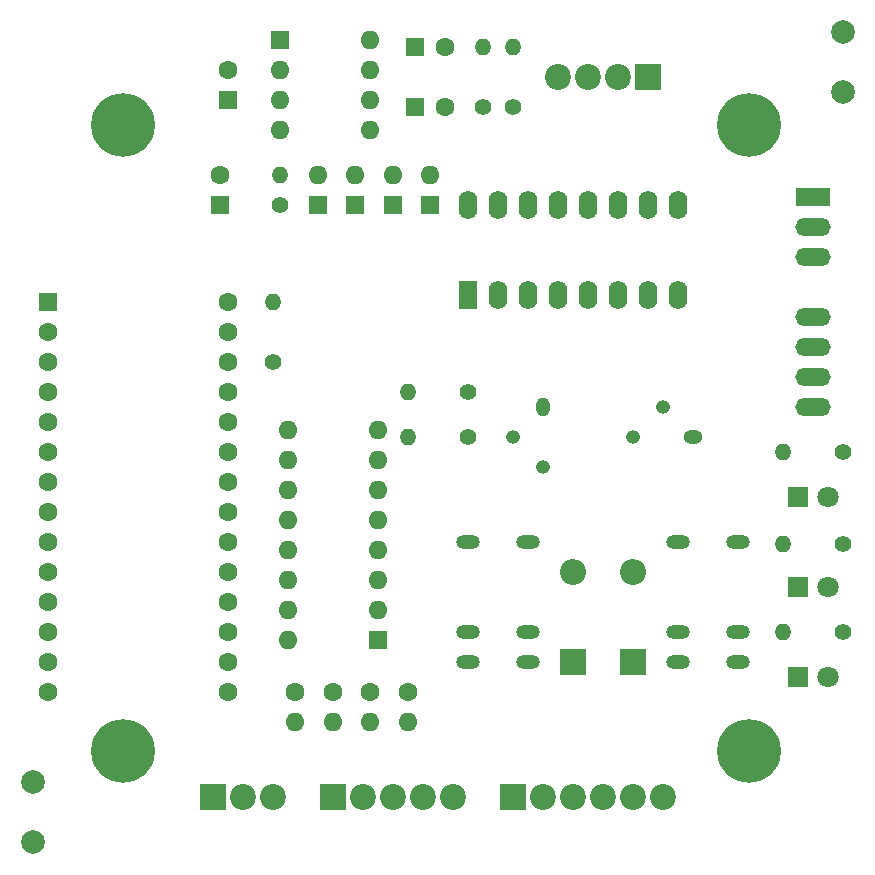
<source format=gbs>
G04 #@! TF.GenerationSoftware,KiCad,Pcbnew,5.1.5-1.fc31*
G04 #@! TF.CreationDate,2020-08-14T16:28:45+01:00*
G04 #@! TF.ProjectId,modint-v1.0,6d6f6469-6e74-42d7-9631-2e302e6b6963,1.0*
G04 #@! TF.SameCoordinates,Original*
G04 #@! TF.FileFunction,Soldermask,Bot*
G04 #@! TF.FilePolarity,Negative*
%FSLAX46Y46*%
G04 Gerber Fmt 4.6, Leading zero omitted, Abs format (unit mm)*
G04 Created by KiCad (PCBNEW 5.1.5-1.fc31) date 2020-08-14 16:28:45*
%MOMM*%
%LPD*%
G04 APERTURE LIST*
%ADD10R,2.200000X2.200000*%
%ADD11C,2.200000*%
%ADD12C,1.600000*%
%ADD13R,1.600000X1.600000*%
%ADD14O,1.400000X1.400000*%
%ADD15C,1.400000*%
%ADD16C,5.400000*%
%ADD17O,1.600000X2.400000*%
%ADD18R,1.600000X2.400000*%
%ADD19C,1.800000*%
%ADD20R,1.800000X1.800000*%
%ADD21O,1.600000X1.600000*%
%ADD22O,2.000000X1.200000*%
%ADD23O,1.200000X1.200000*%
%ADD24O,1.600000X1.200000*%
%ADD25O,3.000000X1.500000*%
%ADD26R,3.000000X1.500000*%
%ADD27O,2.200000X2.200000*%
%ADD28O,1.200000X1.600000*%
%ADD29C,2.000000*%
G04 APERTURE END LIST*
D10*
X154610000Y-154940000D03*
D11*
X157150000Y-154940000D03*
X159690000Y-154940000D03*
D12*
X174255000Y-91440000D03*
D13*
X171755000Y-91440000D03*
D14*
X160325000Y-102235000D03*
D15*
X160325000Y-104775000D03*
D12*
X155245000Y-102275000D03*
D13*
X155245000Y-104775000D03*
D12*
X155880000Y-93385000D03*
D13*
X155880000Y-95885000D03*
D12*
X174255000Y-96520000D03*
D13*
X171755000Y-96520000D03*
D14*
X159690000Y-113030000D03*
D15*
X159690000Y-118110000D03*
D16*
X200000000Y-151000000D03*
X147000000Y-151000000D03*
X147000000Y-98000000D03*
X200000000Y-98000000D03*
D17*
X176200000Y-104775000D03*
X193980000Y-112395000D03*
X178740000Y-104775000D03*
X191440000Y-112395000D03*
X181280000Y-104775000D03*
X188900000Y-112395000D03*
X183820000Y-104775000D03*
X186360000Y-112395000D03*
X186360000Y-104775000D03*
X183820000Y-112395000D03*
X188900000Y-104775000D03*
X181280000Y-112395000D03*
X191440000Y-104775000D03*
X178740000Y-112395000D03*
X193980000Y-104775000D03*
D18*
X176200000Y-112395000D03*
D19*
X206680000Y-129540000D03*
D20*
X204140000Y-129540000D03*
D21*
X160960000Y-141605000D03*
X168580000Y-123825000D03*
X160960000Y-139065000D03*
X168580000Y-126365000D03*
X160960000Y-136525000D03*
X168580000Y-128905000D03*
X160960000Y-133985000D03*
X168580000Y-131445000D03*
X160960000Y-131445000D03*
X168580000Y-133985000D03*
X160960000Y-128905000D03*
X168580000Y-136525000D03*
X160960000Y-126365000D03*
X168580000Y-139065000D03*
X160960000Y-123825000D03*
D13*
X168580000Y-141605000D03*
D11*
X183820000Y-93980000D03*
X186360000Y-93980000D03*
X188900000Y-93980000D03*
D10*
X191440000Y-93980000D03*
D22*
X199060000Y-133350000D03*
X193980000Y-133350000D03*
X199060000Y-140970000D03*
X193980000Y-140970000D03*
X199060000Y-143510000D03*
X193980000Y-143510000D03*
X181280000Y-133350000D03*
X176200000Y-133350000D03*
X181280000Y-140970000D03*
X176200000Y-140970000D03*
X181280000Y-143510000D03*
X176200000Y-143510000D03*
D21*
X167945000Y-148590000D03*
D12*
X167945000Y-146050000D03*
D21*
X173025000Y-102235000D03*
D13*
X173025000Y-104775000D03*
D21*
X169850000Y-102235000D03*
D13*
X169850000Y-104775000D03*
D21*
X166675000Y-102235000D03*
D13*
X166675000Y-104775000D03*
D21*
X163500000Y-102235000D03*
D13*
X163500000Y-104775000D03*
D23*
X190170000Y-124460000D03*
X192710000Y-121920000D03*
D24*
X195250000Y-124460000D03*
D21*
X171120000Y-148590000D03*
D12*
X171120000Y-146050000D03*
D21*
X164770000Y-148590000D03*
D12*
X164770000Y-146050000D03*
D21*
X161595000Y-148590000D03*
D12*
X161595000Y-146050000D03*
D25*
X205410000Y-121920000D03*
X205410000Y-119380000D03*
X205410000Y-109220000D03*
X205410000Y-116840000D03*
X205410000Y-114300000D03*
X205410000Y-106680000D03*
D26*
X205410000Y-104140000D03*
D13*
X140640000Y-113030000D03*
D12*
X140640000Y-115570000D03*
X140640000Y-118110000D03*
X140640000Y-120650000D03*
X140640000Y-123190000D03*
X140640000Y-125730000D03*
X140640000Y-128270000D03*
X140640000Y-130810000D03*
X140640000Y-133350000D03*
X140640000Y-135890000D03*
X140640000Y-138430000D03*
X140640000Y-140970000D03*
X140640000Y-143510000D03*
X155880000Y-113030000D03*
X155880000Y-115570000D03*
X155880000Y-118110000D03*
X155880000Y-120650000D03*
X155880000Y-123190000D03*
X155880000Y-125730000D03*
X155880000Y-128270000D03*
X155880000Y-130810000D03*
X155880000Y-133350000D03*
X155880000Y-135890000D03*
X155880000Y-138430000D03*
X155880000Y-140970000D03*
X155880000Y-143510000D03*
X140640000Y-146050000D03*
X155880000Y-146050000D03*
D11*
X174930000Y-154940000D03*
X172390000Y-154940000D03*
X169850000Y-154940000D03*
X167310000Y-154940000D03*
D10*
X164770000Y-154940000D03*
D27*
X190170000Y-135890000D03*
D10*
X190170000Y-143510000D03*
D27*
X185090000Y-135890000D03*
D10*
X185090000Y-143510000D03*
D11*
X192710000Y-154940000D03*
X190170000Y-154940000D03*
X187630000Y-154940000D03*
X185090000Y-154940000D03*
X182550000Y-154940000D03*
D10*
X180010000Y-154940000D03*
D23*
X182550000Y-127000000D03*
X180010000Y-124460000D03*
D28*
X182550000Y-121920000D03*
D29*
X207940000Y-95250000D03*
X207950000Y-90170000D03*
D14*
X202870000Y-125730000D03*
D15*
X207950000Y-125730000D03*
D21*
X167945000Y-90805000D03*
X160325000Y-98425000D03*
X167945000Y-93345000D03*
X160325000Y-95885000D03*
X167945000Y-95885000D03*
X160325000Y-93345000D03*
X167945000Y-98425000D03*
D13*
X160325000Y-90805000D03*
D19*
X206680000Y-144780000D03*
D20*
X204140000Y-144780000D03*
D19*
X206680000Y-137160000D03*
D20*
X204140000Y-137160000D03*
D14*
X202870000Y-140970000D03*
D15*
X207950000Y-140970000D03*
D14*
X202870000Y-133500000D03*
D15*
X207950000Y-133500000D03*
D14*
X171120000Y-120650000D03*
D15*
X176200000Y-120650000D03*
D14*
X171120000Y-124460000D03*
D15*
X176200000Y-124460000D03*
D29*
X139360000Y-158750000D03*
X139370000Y-153670000D03*
D14*
X180010000Y-91440000D03*
D15*
X180010000Y-96520000D03*
D14*
X177470000Y-91440000D03*
D15*
X177470000Y-96520000D03*
M02*

</source>
